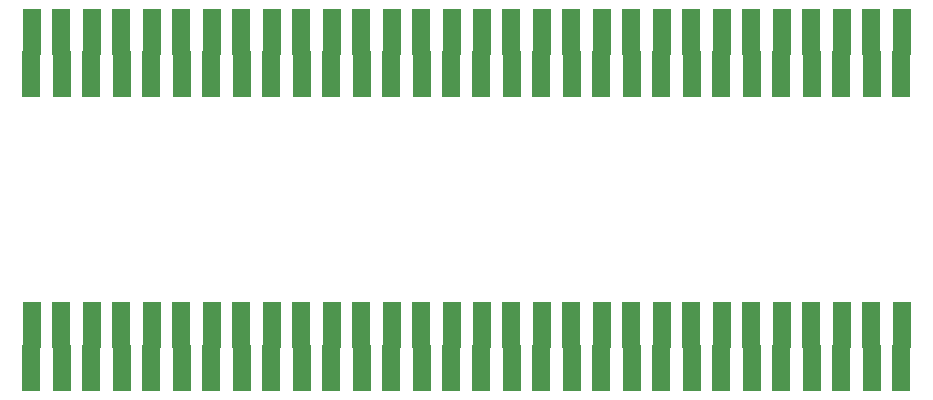
<source format=gts>
G04 MADE WITH FRITZING*
G04 WWW.FRITZING.ORG*
G04 DOUBLE SIDED*
G04 HOLES PLATED*
G04 CONTOUR ON CENTER OF CONTOUR VECTOR*
%ASAXBY*%
%FSLAX23Y23*%
%MOIN*%
%OFA0B0*%
%SFA1.0B1.0*%
%ADD10R,0.061181X0.151823*%
%LNMASK1*%
G90*
G70*
G54D10*
X1594Y232D03*
X1694Y90D03*
X1794Y232D03*
X1894Y90D03*
X1994Y232D03*
X2094Y90D03*
X2194Y232D03*
X2294Y90D03*
X2394Y232D03*
X2494Y90D03*
X2594Y232D03*
X2694Y90D03*
X2794Y232D03*
X2894Y90D03*
X2994Y232D03*
X1594Y1209D03*
X1694Y1068D03*
X1794Y1209D03*
X1894Y1068D03*
X1994Y1209D03*
X2094Y1068D03*
X2194Y1209D03*
X2294Y1068D03*
X2394Y1209D03*
X2494Y1068D03*
X2594Y1209D03*
X2694Y1068D03*
X2794Y1209D03*
X2894Y1068D03*
X2994Y1209D03*
X2993Y90D03*
X2893Y232D03*
X2793Y90D03*
X2693Y232D03*
X2593Y90D03*
X2493Y232D03*
X2393Y90D03*
X2293Y232D03*
X2193Y90D03*
X2093Y232D03*
X1993Y90D03*
X1893Y232D03*
X1793Y90D03*
X1693Y232D03*
X1593Y90D03*
X2993Y1068D03*
X2893Y1210D03*
X2793Y1068D03*
X2693Y1210D03*
X2593Y1068D03*
X2493Y1210D03*
X2393Y1068D03*
X2293Y1210D03*
X2193Y1068D03*
X2093Y1210D03*
X1993Y1068D03*
X1893Y1210D03*
X1793Y1068D03*
X1693Y1210D03*
X1593Y1068D03*
X1493Y90D03*
X1393Y232D03*
X1293Y90D03*
X1193Y232D03*
X1093Y90D03*
X993Y232D03*
X893Y90D03*
X793Y232D03*
X693Y90D03*
X593Y232D03*
X493Y90D03*
X393Y232D03*
X293Y90D03*
X193Y232D03*
X93Y90D03*
X1493Y1068D03*
X1393Y1210D03*
X1293Y1068D03*
X1193Y1210D03*
X1093Y1068D03*
X993Y1210D03*
X893Y1068D03*
X793Y1210D03*
X693Y1068D03*
X593Y1210D03*
X493Y1068D03*
X393Y1210D03*
X293Y1068D03*
X193Y1210D03*
X93Y1068D03*
X94Y232D03*
X194Y90D03*
X294Y232D03*
X394Y90D03*
X494Y232D03*
X594Y90D03*
X694Y232D03*
X794Y90D03*
X894Y232D03*
X994Y90D03*
X1094Y232D03*
X1194Y90D03*
X1294Y232D03*
X1394Y90D03*
X1494Y232D03*
X94Y1209D03*
X194Y1068D03*
X294Y1209D03*
X394Y1068D03*
X494Y1209D03*
X594Y1068D03*
X694Y1209D03*
X794Y1068D03*
X894Y1209D03*
X994Y1068D03*
X1094Y1209D03*
X1194Y1068D03*
X1294Y1209D03*
X1394Y1068D03*
X1494Y1209D03*
G04 End of Mask1*
M02*
</source>
